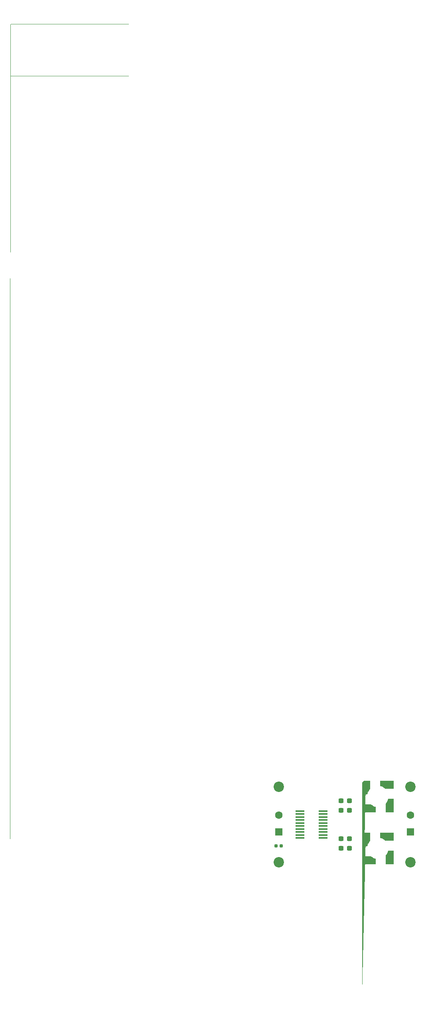
<source format=gts>
G04 #@! TF.GenerationSoftware,KiCad,Pcbnew,(6.0.7-1)-1*
G04 #@! TF.CreationDate,2024-08-15T11:28:19+03:00*
G04 #@! TF.ProjectId,Induction,496e6475-6374-4696-9f6e-2e6b69636164,rev?*
G04 #@! TF.SameCoordinates,Original*
G04 #@! TF.FileFunction,Soldermask,Top*
G04 #@! TF.FilePolarity,Negative*
%FSLAX46Y46*%
G04 Gerber Fmt 4.6, Leading zero omitted, Abs format (unit mm)*
G04 Created by KiCad (PCBNEW (6.0.7-1)-1) date 2024-08-15 11:28:19*
%MOMM*%
%LPD*%
G01*
G04 APERTURE LIST*
G04 Aperture macros list*
%AMRoundRect*
0 Rectangle with rounded corners*
0 $1 Rounding radius*
0 $2 $3 $4 $5 $6 $7 $8 $9 X,Y pos of 4 corners*
0 Add a 4 corners polygon primitive as box body*
4,1,4,$2,$3,$4,$5,$6,$7,$8,$9,$2,$3,0*
0 Add four circle primitives for the rounded corners*
1,1,$1+$1,$2,$3*
1,1,$1+$1,$4,$5*
1,1,$1+$1,$6,$7*
1,1,$1+$1,$8,$9*
0 Add four rect primitives between the rounded corners*
20,1,$1+$1,$2,$3,$4,$5,0*
20,1,$1+$1,$4,$5,$6,$7,0*
20,1,$1+$1,$6,$7,$8,$9,0*
20,1,$1+$1,$8,$9,$2,$3,0*%
%AMFreePoly0*
4,1,62,0.738890,1.394795,0.739244,1.394649,0.787242,1.353781,0.794649,1.339244,0.794795,1.338890,0.802500,1.300000,0.802500,-0.311000,0.796852,-0.339407,0.798320,-0.339837,0.798274,-0.339994,0.795792,-0.344739,0.794742,-0.350018,0.794677,-0.350175,0.793255,-0.349586,0.779765,-0.375372,0.644426,-0.543074,0.539316,-0.697872,0.442715,-0.870991,0.374484,-1.023564,0.280132,-1.299808,
0.273039,-1.326409,0.267203,-1.338265,0.268785,-1.338913,0.268735,-1.339035,0.264177,-1.344413,0.255418,-1.362206,0.255339,-1.362309,0.251502,-1.359366,0.251122,-1.359814,0.254970,-1.362791,0.254929,-1.362844,0.239833,-1.373132,0.227974,-1.387123,0.213800,-1.394418,0.213738,-1.394444,0.212587,-1.391700,0.211995,-1.392104,0.213075,-1.394719,0.212954,-1.394769,0.206084,-1.396132,
0.202836,-1.398346,0.187477,-1.401572,0.187347,-1.401589,0.187125,-1.399895,0.174000,-1.402500,-0.700000,-1.402500,-0.738890,-1.394795,-0.739244,-1.394649,-0.787242,-1.353781,-0.794649,-1.339244,-0.794795,-1.338890,-0.802500,-1.300000,-0.802501,0.900000,-0.794702,0.939117,-0.794555,0.939471,-0.772479,0.972479,-0.372479,1.372479,-0.339244,1.394649,-0.338890,1.394795,-0.300000,1.402500,
0.700000,1.402500,0.738890,1.394795,0.738890,1.394795,$1*%
G04 Aperture macros list end*
%ADD10C,0.001000*%
%ADD11RoundRect,0.237500X0.300000X0.237500X-0.300000X0.237500X-0.300000X-0.237500X0.300000X-0.237500X0*%
%ADD12C,2.200000*%
%ADD13R,1.981200X0.355600*%
%ADD14RoundRect,0.155000X-0.212500X-0.155000X0.212500X-0.155000X0.212500X0.155000X-0.212500X0.155000X0*%
%ADD15RoundRect,0.250000X0.550000X-0.550000X0.550000X0.550000X-0.550000X0.550000X-0.550000X-0.550000X0*%
%ADD16C,1.600000*%
%ADD17FreePoly0,0.000000*%
G04 APERTURE END LIST*
G36*
X162300000Y-74450000D02*
G01*
X162188000Y-74582000D01*
X162050000Y-74777000D01*
X161979000Y-74895000D01*
X161908000Y-75039000D01*
X161818000Y-75266000D01*
X161785000Y-75373000D01*
X161760000Y-75470000D01*
X161754000Y-75500000D01*
X160700000Y-75500000D01*
X160700000Y-73100000D01*
X161100000Y-72700000D01*
X162300000Y-72700000D01*
X162300000Y-74450000D01*
G37*
D10*
X162300000Y-74450000D02*
X162188000Y-74582000D01*
X162050000Y-74777000D01*
X161979000Y-74895000D01*
X161908000Y-75039000D01*
X161818000Y-75266000D01*
X161785000Y-75373000D01*
X161760000Y-75470000D01*
X161754000Y-75500000D01*
X160700000Y-75500000D01*
X160700000Y-73100000D01*
X161100000Y-72700000D01*
X162300000Y-72700000D01*
X162300000Y-74450000D01*
G36*
X167300000Y-79300000D02*
G01*
X165700000Y-79300000D01*
X165700000Y-77550000D01*
X165710000Y-77540000D01*
X165805000Y-77427000D01*
X165889000Y-77314000D01*
X165969000Y-77186000D01*
X166041000Y-77065000D01*
X166121000Y-76894000D01*
X166177000Y-76746000D01*
X166209000Y-76648000D01*
X166246000Y-76500000D01*
X167300000Y-76500000D01*
X167300000Y-79300000D01*
G37*
X167300000Y-79300000D02*
X165700000Y-79300000D01*
X165700000Y-77550000D01*
X165710000Y-77540000D01*
X165805000Y-77427000D01*
X165889000Y-77314000D01*
X165969000Y-77186000D01*
X166041000Y-77065000D01*
X166121000Y-76894000D01*
X166177000Y-76746000D01*
X166209000Y-76648000D01*
X166246000Y-76500000D01*
X167300000Y-76500000D01*
X167300000Y-79300000D01*
G36*
X167300000Y-74300000D02*
G01*
X165550000Y-74300000D01*
X165505000Y-74258000D01*
X165390000Y-74164000D01*
X165337000Y-74125000D01*
X165238000Y-74060000D01*
X165107000Y-73981000D01*
X165022000Y-73937000D01*
X164773000Y-73833000D01*
X164663000Y-73795000D01*
X164500000Y-73755000D01*
X164500000Y-72700000D01*
X167300000Y-72700000D01*
X167300000Y-74300000D01*
G37*
X167300000Y-74300000D02*
X165550000Y-74300000D01*
X165505000Y-74258000D01*
X165390000Y-74164000D01*
X165337000Y-74125000D01*
X165238000Y-74060000D01*
X165107000Y-73981000D01*
X165022000Y-73937000D01*
X164773000Y-73833000D01*
X164663000Y-73795000D01*
X164500000Y-73755000D01*
X164500000Y-72700000D01*
X167300000Y-72700000D01*
X167300000Y-74300000D01*
G36*
X162493000Y-77738000D02*
G01*
X162560000Y-77795000D01*
X162744000Y-77929000D01*
X162885000Y-78015000D01*
X163019000Y-78081000D01*
X163123000Y-78128000D01*
X163295000Y-78191000D01*
X163370000Y-78214000D01*
X163500000Y-78246000D01*
X163500000Y-79300000D01*
X160700000Y-79300000D01*
X160700000Y-77700000D01*
X162450000Y-77700000D01*
X162493000Y-77738000D01*
G37*
X162493000Y-77738000D02*
X162560000Y-77795000D01*
X162744000Y-77929000D01*
X162885000Y-78015000D01*
X163019000Y-78081000D01*
X163123000Y-78128000D01*
X163295000Y-78191000D01*
X163370000Y-78214000D01*
X163500000Y-78246000D01*
X163500000Y-79300000D01*
X160700000Y-79300000D01*
X160700000Y-77700000D01*
X162450000Y-77700000D01*
X162493000Y-77738000D01*
G36*
X167300000Y-68300000D02*
G01*
X165700000Y-68300000D01*
X165700000Y-66550000D01*
X165710000Y-66540000D01*
X165805000Y-66427000D01*
X165889000Y-66314000D01*
X165969000Y-66186000D01*
X166041000Y-66065000D01*
X166121000Y-65894000D01*
X166177000Y-65746000D01*
X166209000Y-65648000D01*
X166246000Y-65500000D01*
X167300000Y-65500000D01*
X167300000Y-68300000D01*
G37*
X167300000Y-68300000D02*
X165700000Y-68300000D01*
X165700000Y-66550000D01*
X165710000Y-66540000D01*
X165805000Y-66427000D01*
X165889000Y-66314000D01*
X165969000Y-66186000D01*
X166041000Y-66065000D01*
X166121000Y-65894000D01*
X166177000Y-65746000D01*
X166209000Y-65648000D01*
X166246000Y-65500000D01*
X167300000Y-65500000D01*
X167300000Y-68300000D01*
G36*
X162300000Y-63450000D02*
G01*
X162188000Y-63582000D01*
X162050000Y-63777000D01*
X161979000Y-63895000D01*
X161908000Y-64039000D01*
X161818000Y-64266000D01*
X161785000Y-64373000D01*
X161760000Y-64470000D01*
X161754000Y-64500000D01*
X160700000Y-64500000D01*
X160700000Y-62100000D01*
X161100000Y-61700000D01*
X162300000Y-61700000D01*
X162300000Y-63450000D01*
G37*
X162300000Y-63450000D02*
X162188000Y-63582000D01*
X162050000Y-63777000D01*
X161979000Y-63895000D01*
X161908000Y-64039000D01*
X161818000Y-64266000D01*
X161785000Y-64373000D01*
X161760000Y-64470000D01*
X161754000Y-64500000D01*
X160700000Y-64500000D01*
X160700000Y-62100000D01*
X161100000Y-61700000D01*
X162300000Y-61700000D01*
X162300000Y-63450000D01*
G36*
X167300000Y-63300000D02*
G01*
X165550000Y-63300000D01*
X165505000Y-63258000D01*
X165390000Y-63164000D01*
X165337000Y-63125000D01*
X165238000Y-63060000D01*
X165107000Y-62981000D01*
X165022000Y-62937000D01*
X164773000Y-62833000D01*
X164663000Y-62795000D01*
X164500000Y-62755000D01*
X164500000Y-61700000D01*
X167300000Y-61700000D01*
X167300000Y-63300000D01*
G37*
X167300000Y-63300000D02*
X165550000Y-63300000D01*
X165505000Y-63258000D01*
X165390000Y-63164000D01*
X165337000Y-63125000D01*
X165238000Y-63060000D01*
X165107000Y-62981000D01*
X165022000Y-62937000D01*
X164773000Y-62833000D01*
X164663000Y-62795000D01*
X164500000Y-62755000D01*
X164500000Y-61700000D01*
X167300000Y-61700000D01*
X167300000Y-63300000D01*
G36*
X162493000Y-66738000D02*
G01*
X162560000Y-66795000D01*
X162744000Y-66929000D01*
X162885000Y-67015000D01*
X163019000Y-67081000D01*
X163123000Y-67128000D01*
X163295000Y-67191000D01*
X163370000Y-67214000D01*
X163500000Y-67246000D01*
X163500000Y-68300000D01*
X160700000Y-68300000D01*
X160700000Y-66700000D01*
X162450000Y-66700000D01*
X162493000Y-66738000D01*
G37*
X162493000Y-66738000D02*
X162560000Y-66795000D01*
X162744000Y-66929000D01*
X162885000Y-67015000D01*
X163019000Y-67081000D01*
X163123000Y-67128000D01*
X163295000Y-67191000D01*
X163370000Y-67214000D01*
X163500000Y-67246000D01*
X163500000Y-68300000D01*
X160700000Y-68300000D01*
X160700000Y-66700000D01*
X162450000Y-66700000D01*
X162493000Y-66738000D01*
D11*
X158000000Y-66000000D03*
X156275000Y-66000000D03*
D12*
X171000000Y-63000000D03*
X171000000Y-63000000D03*
D11*
X158000000Y-68000000D03*
X156275000Y-68000000D03*
X158000000Y-76000000D03*
X156275000Y-76000000D03*
D13*
X147536200Y-68142500D03*
X147536200Y-68777500D03*
X147536200Y-69412500D03*
X147536200Y-70047500D03*
X147536200Y-70682500D03*
X147536200Y-71317500D03*
X147536200Y-71952500D03*
X147536200Y-72587500D03*
X147536200Y-73222500D03*
X147536200Y-73857500D03*
X152463800Y-73857500D03*
X152463800Y-73222500D03*
X152463800Y-72587500D03*
X152463800Y-71952500D03*
X152463800Y-71317500D03*
X152463800Y-70682500D03*
X152463800Y-70047500D03*
X152463800Y-69412500D03*
X152463800Y-68777500D03*
X152463800Y-68142500D03*
D12*
X143000000Y-63000000D03*
X143000000Y-63000000D03*
D14*
X142432500Y-75500000D03*
X143567500Y-75500000D03*
D15*
X171000000Y-72600000D03*
D16*
X171000000Y-69000000D03*
D11*
X158000000Y-74000000D03*
X156275000Y-74000000D03*
D12*
X143000000Y-79000000D03*
X143000000Y-79000000D03*
X171000000Y-79000000D03*
X171000000Y-79000000D03*
D17*
X161500000Y-74100000D03*
D15*
X143000000Y-72600000D03*
D16*
X143000000Y-69000000D03*
D17*
X161500000Y-63100000D03*
M02*

</source>
